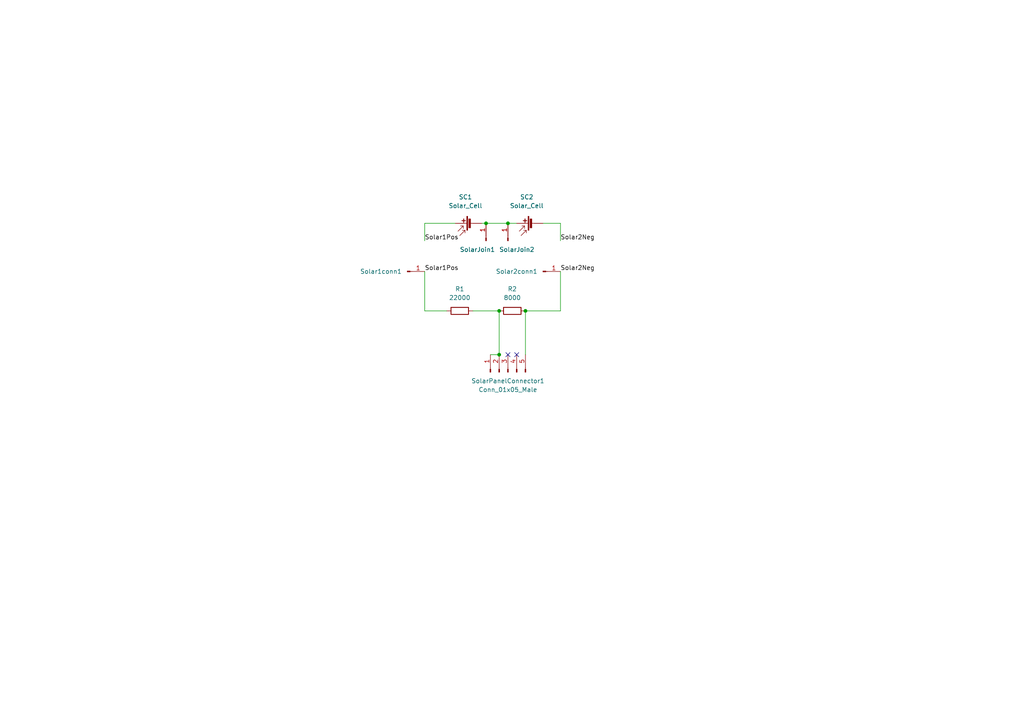
<source format=kicad_sch>
(kicad_sch (version 20211123) (generator eeschema)
  (paper "A4")
  (lib_symbols
    (symbol "Connector:Conn_01x01_Male" (pin_names (offset 1.016) hide)
      (property "Reference" "J" (at 0 2.54 0))
      (property "Value" "Conn_01x01_Male" (at 0 -2.54 0))
      (symbol "Conn_01x01_Male_1_1"
        (polyline (pts (xy 1.27 0) (xy 0.8636 0)) (stroke (width 0.1524)))
        (rectangle (start 0.8636 0.127) (end 0 -0.127) (stroke (width 0.1524)) (fill (type outline)))
        (pin passive line (at 5.08 0 180) (length 3.81) (name "Pin_1") (number "1"))
      )
    )
    (symbol "Connector:Conn_01x05_Male" (pin_names (offset 1.016) hide)
      (property "Reference" "J" (at 0 7.62 0))
      (property "Value" "Conn_01x05_Male" (at 0 -7.62 0))
      (symbol "Conn_01x05_Male_1_1"
        (polyline (pts (xy 1.27 -5.08) (xy 0.8636 -5.08)) (stroke (width 0.1524)))
        (polyline (pts (xy 1.27 -2.54) (xy 0.8636 -2.54)) (stroke (width 0.1524)))
        (polyline (pts (xy 1.27 0) (xy 0.8636 0)) (stroke (width 0.1524)))
        (polyline (pts (xy 1.27 2.54) (xy 0.8636 2.54)) (stroke (width 0.1524)))
        (polyline (pts (xy 1.27 5.08) (xy 0.8636 5.08)) (stroke (width 0.1524)))
        (rectangle (start 0.8636 -4.953) (end 0 -5.207) (stroke (width 0.1524)) (fill (type outline)))
        (rectangle (start 0.8636 -2.413) (end 0 -2.667) (stroke (width 0.1524)) (fill (type outline)))
        (rectangle (start 0.8636 0.127) (end 0 -0.127) (stroke (width 0.1524)) (fill (type outline)))
        (rectangle (start 0.8636 2.667) (end 0 2.413) (stroke (width 0.1524)) (fill (type outline)))
        (rectangle (start 0.8636 5.207) (end 0 4.953) (stroke (width 0.1524)) (fill (type outline)))
        (pin passive line (at 5.08 5.08 180) (length 3.81) (name "Pin_1") (number "1"))
        (pin passive line (at 5.08 2.54 180) (length 3.81) (name "Pin_2") (number "2"))
        (pin passive line (at 5.08 0 180) (length 3.81) (name "Pin_3") (number "3"))
        (pin passive line (at 5.08 -2.54 180) (length 3.81) (name "Pin_4") (number "4"))
        (pin passive line (at 5.08 -5.08 180) (length 3.81) (name "Pin_5") (number "5"))
      )
    )
    (symbol "Device:R" (pin_numbers hide) (pin_names (offset 0))
      (property "Reference" "R" (at 2.032 0 90))
      (property "Value" "R" (at 0 0 90))
      (symbol "R_0_1"
        (rectangle (start -1.016 -2.54) (end 1.016 2.54) (stroke (width 0.254)))
      )
      (symbol "R_1_1"
        (pin passive line (at 0 3.81 270) (length 1.27) (name "~") (number "1"))
        (pin passive line (at 0 -3.81 90) (length 1.27) (name "~") (number "2"))
      )
    )
    (symbol "Device:Solar_Cell" (pin_numbers hide) (pin_names (offset 0) hide)
      (property "Reference" "SC" (at 2.54 2.54 0))
      (property "Value" "Solar_Cell" (at 2.54 0 0))
      (symbol "Solar_Cell_0_1"
        (rectangle (start -2.032 1.778) (end 2.032 1.524) (fill (type outline)))
        (rectangle (start -1.3208 1.1938) (end 1.27 0.6858) (fill (type outline)))
        (polyline (pts (xy -2.032 2.286) (xy -3.556 3.81)))
        (polyline (pts (xy -0.762 2.794) (xy -2.286 4.318)))
        (polyline (pts (xy 0 0.762) (xy 0 0)))
        (polyline (pts (xy 0 1.778) (xy 0 2.54)))
        (polyline (pts (xy 0.254 2.667) (xy 1.27 2.667)) (stroke (width 0.254)))
        (polyline (pts (xy 0.762 3.175) (xy 0.762 2.159)) (stroke (width 0.254)))
        (polyline (pts (xy -2.032 3.048) (xy -2.032 2.286) (xy -2.794 2.286)))
        (polyline (pts (xy -0.762 3.556) (xy -0.762 2.794) (xy -1.524 2.794)))
      )
      (symbol "Solar_Cell_1_1"
        (pin passive line (at 0 5.08 270) (length 2.54) (name "+") (number "1"))
        (pin passive line (at 0 -2.54 90) (length 2.54) (name "-") (number "2"))
      )
    )
  )
  (junction (at 140.97 64.77))
  (junction (at 144.78 102.87))
  (junction (at 147.32 64.77))
  (junction (at 152.4 90.17))
  (junction (at 144.78 90.17))
  (no_connect (at 147.32 102.87))
  (no_connect (at 149.86 102.87))
  (wire (pts (xy 123.19 64.77) (xy 132.08 64.77)))
  (wire (pts (xy 157.48 64.77) (xy 162.56 64.77)))
  (wire (pts (xy 123.19 90.17) (xy 129.54 90.17)))
  (wire (pts (xy 162.56 78.74) (xy 162.56 90.17)))
  (wire (pts (xy 123.19 90.17) (xy 123.19 78.74)))
  (wire (pts (xy 147.32 64.77) (xy 149.86 64.77)))
  (wire (pts (xy 140.97 64.77) (xy 139.7 64.77)))
  (wire (pts (xy 123.19 69.85) (xy 123.19 64.77)))
  (wire (pts (xy 152.4 90.17) (xy 162.56 90.17)))
  (wire (pts (xy 162.56 69.85) (xy 162.56 64.77)))
  (wire (pts (xy 152.4 90.17) (xy 152.4 102.87)))
  (wire (pts (xy 140.97 64.77) (xy 147.32 64.77)))
  (wire (pts (xy 142.24 102.87) (xy 144.78 102.87)))
  (wire (pts (xy 144.78 90.17) (xy 144.78 102.87)))
  (wire (pts (xy 137.16 90.17) (xy 144.78 90.17)))
  (label "Solar1Pos" (at 123.19 69.85 0))
  (label "Solar2Neg" (at 162.56 78.74 0))
  (label "Solar2Neg" (at 162.56 69.85 0))
  (label "Solar1Pos" (at 123.19 78.74 0))
  (symbol (lib_id "Device:R") (at 133.35 90.17 90) (unit 1)
    (property "Reference" "R1" (at 133.35 83.82 90))
    (property "Value" "22000" (at 133.35 86.36 90))
    (property "Footprint" "Resistor_THT:R_Axial_DIN0207_L6.3mm_D2.5mm_P10.16mm_Horizontal" (effects hide))
  )
  (symbol (lib_id "Device:Solar_Cell") (at 154.94 64.77 90) (unit 1)
    (property "Reference" "SC2" (at 152.781 57.15 90))
    (property "Value" "Solar_Cell" (at 152.781 59.69 90))
  )
  (symbol (lib_id "Connector:Conn_01x01_Male") (at 118.11 78.74 0) (unit 1)
    (property "Reference" "Solar1conn1" (at 110.49 78.74 0))
    (property "Value" "Conn_01x01_Male" (effects hide))
    (property "Footprint" "Connector_PinSocket_2.54mm:PinSocket_1x01_P2.54mm_Vertical" (effects hide))
  )
  (symbol (lib_id "Connector:Conn_01x01_Male") (at 147.32 69.85 90) (unit 1)
    (property "Reference" "SolarJoin2" (at 144.78 72.39 90) (effects (justify right)))
    (property "Value" "Conn_01x01_Male" (effects hide))
    (property "Footprint" "Connector_PinSocket_2.54mm:PinSocket_1x01_P2.54mm_Vertical" (effects hide))
  )
  (symbol (lib_id "Connector:Conn_01x01_Male") (at 140.97 69.85 90) (unit 1)
    (property "Reference" "SolarJoin1" (at 133.35 72.39 90) (effects (justify right)))
    (property "Value" "Conn_01x01_Male" (effects hide))
    (property "Footprint" "Connector_PinSocket_2.54mm:PinSocket_1x01_P2.54mm_Vertical" (effects hide))
  )
  (symbol (lib_id "Device:Solar_Cell") (at 137.16 64.77 90) (unit 1)
    (property "Reference" "SC1" (at 135.001 57.15 90))
    (property "Value" "Solar_Cell" (at 135.001 59.69 90))
  )
  (symbol (lib_id "Connector:Conn_01x01_Male") (at 157.48 78.74 0) (unit 1)
    (property "Reference" "Solar2conn1" (at 149.86 78.74 0))
    (property "Value" "Conn_01x01_Male" (effects hide))
    (property "Footprint" "Connector_PinSocket_2.54mm:PinSocket_1x01_P2.54mm_Vertical" (effects hide))
  )
  (symbol (lib_id "Connector:Conn_01x05_Male") (at 147.32 107.95 90) (unit 1)
    (property "Reference" "SolarPanelConnector1" (at 147.32 110.49 90))
    (property "Value" "Conn_01x05_Male" (at 147.32 113.03 90))
    (property "Footprint" "Connector_PinHeader_2.54mm:PinHeader_1x05_P2.54mm_Horizontal" (effects hide))
  )
  (symbol (lib_id "Device:R") (at 148.59 90.17 90) (unit 1)
    (property "Reference" "R2" (at 148.59 83.82 90))
    (property "Value" "8000" (at 148.59 86.36 90))
    (property "Footprint" "Resistor_THT:R_Axial_DIN0207_L6.3mm_D2.5mm_P7.62mm_Horizontal" (effects hide))
  )
)
</source>
